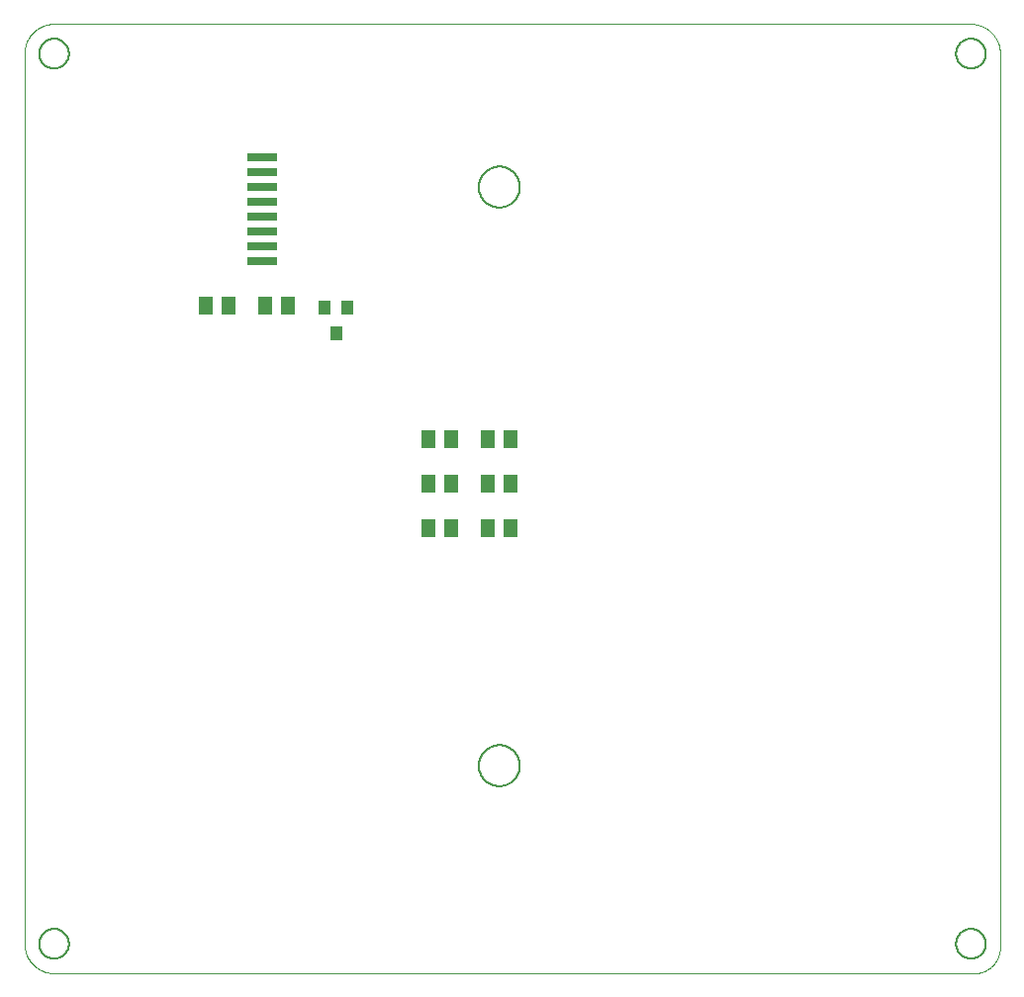
<source format=gtp>
G75*
%MOIN*%
%OFA0B0*%
%FSLAX25Y25*%
%IPPOS*%
%LPD*%
%AMOC8*
5,1,8,0,0,1.08239X$1,22.5*
%
%ADD10C,0.00000*%
%ADD11C,0.00600*%
%ADD12R,0.10000X0.03000*%
%ADD13R,0.05118X0.05906*%
%ADD14R,0.04000X0.04724*%
D10*
X0013520Y0011600D02*
X0013520Y0311561D01*
X0013523Y0311803D01*
X0013532Y0312044D01*
X0013546Y0312285D01*
X0013567Y0312526D01*
X0013593Y0312766D01*
X0013625Y0313006D01*
X0013663Y0313245D01*
X0013706Y0313482D01*
X0013756Y0313719D01*
X0013811Y0313954D01*
X0013871Y0314188D01*
X0013938Y0314420D01*
X0014009Y0314651D01*
X0014087Y0314880D01*
X0014170Y0315107D01*
X0014258Y0315332D01*
X0014352Y0315555D01*
X0014451Y0315775D01*
X0014556Y0315993D01*
X0014665Y0316208D01*
X0014780Y0316421D01*
X0014900Y0316631D01*
X0015025Y0316837D01*
X0015155Y0317041D01*
X0015290Y0317242D01*
X0015430Y0317439D01*
X0015574Y0317633D01*
X0015723Y0317823D01*
X0015877Y0318009D01*
X0016035Y0318192D01*
X0016197Y0318371D01*
X0016364Y0318546D01*
X0016535Y0318717D01*
X0016710Y0318884D01*
X0016889Y0319046D01*
X0017072Y0319204D01*
X0017258Y0319358D01*
X0017448Y0319507D01*
X0017642Y0319651D01*
X0017839Y0319791D01*
X0018040Y0319926D01*
X0018244Y0320056D01*
X0018450Y0320181D01*
X0018660Y0320301D01*
X0018873Y0320416D01*
X0019088Y0320525D01*
X0019306Y0320630D01*
X0019526Y0320729D01*
X0019749Y0320823D01*
X0019974Y0320911D01*
X0020201Y0320994D01*
X0020430Y0321072D01*
X0020661Y0321143D01*
X0020893Y0321210D01*
X0021127Y0321270D01*
X0021362Y0321325D01*
X0021599Y0321375D01*
X0021836Y0321418D01*
X0022075Y0321456D01*
X0022315Y0321488D01*
X0022555Y0321514D01*
X0022796Y0321535D01*
X0023037Y0321549D01*
X0023278Y0321558D01*
X0023520Y0321561D01*
X0332260Y0321561D01*
X0332501Y0321558D01*
X0332741Y0321549D01*
X0332982Y0321535D01*
X0333221Y0321514D01*
X0333461Y0321488D01*
X0333699Y0321456D01*
X0333937Y0321419D01*
X0334174Y0321375D01*
X0334409Y0321326D01*
X0334644Y0321272D01*
X0334877Y0321211D01*
X0335108Y0321145D01*
X0335338Y0321073D01*
X0335566Y0320996D01*
X0335792Y0320914D01*
X0336016Y0320826D01*
X0336238Y0320732D01*
X0336458Y0320633D01*
X0336675Y0320529D01*
X0336889Y0320420D01*
X0337101Y0320306D01*
X0337310Y0320186D01*
X0337516Y0320062D01*
X0337719Y0319932D01*
X0337918Y0319798D01*
X0338115Y0319659D01*
X0338308Y0319515D01*
X0338497Y0319366D01*
X0338683Y0319213D01*
X0338865Y0319056D01*
X0339044Y0318894D01*
X0339218Y0318728D01*
X0339388Y0318558D01*
X0339554Y0318384D01*
X0339716Y0318205D01*
X0339873Y0318023D01*
X0340026Y0317837D01*
X0340175Y0317648D01*
X0340319Y0317455D01*
X0340458Y0317258D01*
X0340592Y0317059D01*
X0340722Y0316856D01*
X0340846Y0316650D01*
X0340966Y0316441D01*
X0341080Y0316229D01*
X0341189Y0316015D01*
X0341293Y0315798D01*
X0341392Y0315578D01*
X0341486Y0315356D01*
X0341574Y0315132D01*
X0341656Y0314906D01*
X0341733Y0314678D01*
X0341805Y0314448D01*
X0341871Y0314217D01*
X0341932Y0313984D01*
X0341986Y0313749D01*
X0342035Y0313514D01*
X0342079Y0313277D01*
X0342116Y0313039D01*
X0342148Y0312801D01*
X0342174Y0312561D01*
X0342195Y0312322D01*
X0342209Y0312081D01*
X0342218Y0311841D01*
X0342221Y0311600D01*
X0342220Y0311600D02*
X0342220Y0010301D01*
X0342221Y0010301D02*
X0342218Y0010091D01*
X0342211Y0009881D01*
X0342198Y0009671D01*
X0342180Y0009461D01*
X0342158Y0009252D01*
X0342130Y0009044D01*
X0342097Y0008836D01*
X0342059Y0008629D01*
X0342016Y0008423D01*
X0341968Y0008219D01*
X0341915Y0008015D01*
X0341858Y0007813D01*
X0341795Y0007612D01*
X0341728Y0007413D01*
X0341656Y0007216D01*
X0341579Y0007020D01*
X0341497Y0006826D01*
X0341411Y0006634D01*
X0341320Y0006445D01*
X0341224Y0006257D01*
X0341124Y0006072D01*
X0341020Y0005890D01*
X0340911Y0005710D01*
X0340798Y0005533D01*
X0340681Y0005358D01*
X0340559Y0005187D01*
X0340434Y0005018D01*
X0340304Y0004853D01*
X0340170Y0004690D01*
X0340033Y0004531D01*
X0339891Y0004375D01*
X0339746Y0004223D01*
X0339598Y0004075D01*
X0339446Y0003930D01*
X0339290Y0003788D01*
X0339131Y0003651D01*
X0338968Y0003517D01*
X0338803Y0003387D01*
X0338634Y0003262D01*
X0338463Y0003140D01*
X0338288Y0003023D01*
X0338111Y0002910D01*
X0337931Y0002801D01*
X0337749Y0002697D01*
X0337564Y0002597D01*
X0337376Y0002501D01*
X0337187Y0002410D01*
X0336995Y0002324D01*
X0336801Y0002242D01*
X0336605Y0002165D01*
X0336408Y0002093D01*
X0336209Y0002026D01*
X0336008Y0001963D01*
X0335806Y0001906D01*
X0335602Y0001853D01*
X0335398Y0001805D01*
X0335192Y0001762D01*
X0334985Y0001724D01*
X0334777Y0001691D01*
X0334569Y0001663D01*
X0334360Y0001641D01*
X0334150Y0001623D01*
X0333940Y0001610D01*
X0333730Y0001603D01*
X0333520Y0001600D01*
X0023520Y0001600D01*
X0023278Y0001603D01*
X0023037Y0001612D01*
X0022796Y0001626D01*
X0022555Y0001647D01*
X0022315Y0001673D01*
X0022075Y0001705D01*
X0021836Y0001743D01*
X0021599Y0001786D01*
X0021362Y0001836D01*
X0021127Y0001891D01*
X0020893Y0001951D01*
X0020661Y0002018D01*
X0020430Y0002089D01*
X0020201Y0002167D01*
X0019974Y0002250D01*
X0019749Y0002338D01*
X0019526Y0002432D01*
X0019306Y0002531D01*
X0019088Y0002636D01*
X0018873Y0002745D01*
X0018660Y0002860D01*
X0018450Y0002980D01*
X0018244Y0003105D01*
X0018040Y0003235D01*
X0017839Y0003370D01*
X0017642Y0003510D01*
X0017448Y0003654D01*
X0017258Y0003803D01*
X0017072Y0003957D01*
X0016889Y0004115D01*
X0016710Y0004277D01*
X0016535Y0004444D01*
X0016364Y0004615D01*
X0016197Y0004790D01*
X0016035Y0004969D01*
X0015877Y0005152D01*
X0015723Y0005338D01*
X0015574Y0005528D01*
X0015430Y0005722D01*
X0015290Y0005919D01*
X0015155Y0006120D01*
X0015025Y0006324D01*
X0014900Y0006530D01*
X0014780Y0006740D01*
X0014665Y0006953D01*
X0014556Y0007168D01*
X0014451Y0007386D01*
X0014352Y0007606D01*
X0014258Y0007829D01*
X0014170Y0008054D01*
X0014087Y0008281D01*
X0014009Y0008510D01*
X0013938Y0008741D01*
X0013871Y0008973D01*
X0013811Y0009207D01*
X0013756Y0009442D01*
X0013706Y0009679D01*
X0013663Y0009916D01*
X0013625Y0010155D01*
X0013593Y0010395D01*
X0013567Y0010635D01*
X0013546Y0010876D01*
X0013532Y0011117D01*
X0013523Y0011358D01*
X0013520Y0011600D01*
D11*
X0018520Y0011600D02*
X0018522Y0011741D01*
X0018528Y0011882D01*
X0018538Y0012022D01*
X0018552Y0012162D01*
X0018570Y0012302D01*
X0018591Y0012441D01*
X0018617Y0012580D01*
X0018646Y0012718D01*
X0018680Y0012854D01*
X0018717Y0012990D01*
X0018758Y0013125D01*
X0018803Y0013259D01*
X0018852Y0013391D01*
X0018904Y0013522D01*
X0018960Y0013651D01*
X0019020Y0013778D01*
X0019083Y0013904D01*
X0019149Y0014028D01*
X0019220Y0014151D01*
X0019293Y0014271D01*
X0019370Y0014389D01*
X0019450Y0014505D01*
X0019534Y0014618D01*
X0019620Y0014729D01*
X0019710Y0014838D01*
X0019803Y0014944D01*
X0019898Y0015047D01*
X0019997Y0015148D01*
X0020098Y0015246D01*
X0020202Y0015341D01*
X0020309Y0015433D01*
X0020418Y0015522D01*
X0020530Y0015607D01*
X0020644Y0015690D01*
X0020760Y0015770D01*
X0020879Y0015846D01*
X0021000Y0015918D01*
X0021122Y0015988D01*
X0021247Y0016053D01*
X0021373Y0016116D01*
X0021501Y0016174D01*
X0021631Y0016229D01*
X0021762Y0016281D01*
X0021895Y0016328D01*
X0022029Y0016372D01*
X0022164Y0016413D01*
X0022300Y0016449D01*
X0022437Y0016481D01*
X0022575Y0016510D01*
X0022713Y0016535D01*
X0022853Y0016555D01*
X0022993Y0016572D01*
X0023133Y0016585D01*
X0023274Y0016594D01*
X0023414Y0016599D01*
X0023555Y0016600D01*
X0023696Y0016597D01*
X0023837Y0016590D01*
X0023977Y0016579D01*
X0024117Y0016564D01*
X0024257Y0016545D01*
X0024396Y0016523D01*
X0024534Y0016496D01*
X0024672Y0016466D01*
X0024808Y0016431D01*
X0024944Y0016393D01*
X0025078Y0016351D01*
X0025212Y0016305D01*
X0025344Y0016256D01*
X0025474Y0016202D01*
X0025603Y0016145D01*
X0025730Y0016085D01*
X0025856Y0016021D01*
X0025979Y0015953D01*
X0026101Y0015882D01*
X0026221Y0015808D01*
X0026338Y0015730D01*
X0026453Y0015649D01*
X0026566Y0015565D01*
X0026677Y0015478D01*
X0026785Y0015387D01*
X0026890Y0015294D01*
X0026993Y0015197D01*
X0027093Y0015098D01*
X0027190Y0014996D01*
X0027284Y0014891D01*
X0027375Y0014784D01*
X0027463Y0014674D01*
X0027548Y0014562D01*
X0027630Y0014447D01*
X0027709Y0014330D01*
X0027784Y0014211D01*
X0027856Y0014090D01*
X0027924Y0013967D01*
X0027989Y0013842D01*
X0028051Y0013715D01*
X0028108Y0013586D01*
X0028163Y0013456D01*
X0028213Y0013325D01*
X0028260Y0013192D01*
X0028303Y0013058D01*
X0028342Y0012922D01*
X0028377Y0012786D01*
X0028409Y0012649D01*
X0028436Y0012511D01*
X0028460Y0012372D01*
X0028480Y0012232D01*
X0028496Y0012092D01*
X0028508Y0011952D01*
X0028516Y0011811D01*
X0028520Y0011670D01*
X0028520Y0011530D01*
X0028516Y0011389D01*
X0028508Y0011248D01*
X0028496Y0011108D01*
X0028480Y0010968D01*
X0028460Y0010828D01*
X0028436Y0010689D01*
X0028409Y0010551D01*
X0028377Y0010414D01*
X0028342Y0010278D01*
X0028303Y0010142D01*
X0028260Y0010008D01*
X0028213Y0009875D01*
X0028163Y0009744D01*
X0028108Y0009614D01*
X0028051Y0009485D01*
X0027989Y0009358D01*
X0027924Y0009233D01*
X0027856Y0009110D01*
X0027784Y0008989D01*
X0027709Y0008870D01*
X0027630Y0008753D01*
X0027548Y0008638D01*
X0027463Y0008526D01*
X0027375Y0008416D01*
X0027284Y0008309D01*
X0027190Y0008204D01*
X0027093Y0008102D01*
X0026993Y0008003D01*
X0026890Y0007906D01*
X0026785Y0007813D01*
X0026677Y0007722D01*
X0026566Y0007635D01*
X0026453Y0007551D01*
X0026338Y0007470D01*
X0026221Y0007392D01*
X0026101Y0007318D01*
X0025979Y0007247D01*
X0025856Y0007179D01*
X0025730Y0007115D01*
X0025603Y0007055D01*
X0025474Y0006998D01*
X0025344Y0006944D01*
X0025212Y0006895D01*
X0025078Y0006849D01*
X0024944Y0006807D01*
X0024808Y0006769D01*
X0024672Y0006734D01*
X0024534Y0006704D01*
X0024396Y0006677D01*
X0024257Y0006655D01*
X0024117Y0006636D01*
X0023977Y0006621D01*
X0023837Y0006610D01*
X0023696Y0006603D01*
X0023555Y0006600D01*
X0023414Y0006601D01*
X0023274Y0006606D01*
X0023133Y0006615D01*
X0022993Y0006628D01*
X0022853Y0006645D01*
X0022713Y0006665D01*
X0022575Y0006690D01*
X0022437Y0006719D01*
X0022300Y0006751D01*
X0022164Y0006787D01*
X0022029Y0006828D01*
X0021895Y0006872D01*
X0021762Y0006919D01*
X0021631Y0006971D01*
X0021501Y0007026D01*
X0021373Y0007084D01*
X0021247Y0007147D01*
X0021122Y0007212D01*
X0021000Y0007282D01*
X0020879Y0007354D01*
X0020760Y0007430D01*
X0020644Y0007510D01*
X0020530Y0007593D01*
X0020418Y0007678D01*
X0020309Y0007767D01*
X0020202Y0007859D01*
X0020098Y0007954D01*
X0019997Y0008052D01*
X0019898Y0008153D01*
X0019803Y0008256D01*
X0019710Y0008362D01*
X0019620Y0008471D01*
X0019534Y0008582D01*
X0019450Y0008695D01*
X0019370Y0008811D01*
X0019293Y0008929D01*
X0019220Y0009049D01*
X0019149Y0009172D01*
X0019083Y0009296D01*
X0019020Y0009422D01*
X0018960Y0009549D01*
X0018904Y0009678D01*
X0018852Y0009809D01*
X0018803Y0009941D01*
X0018758Y0010075D01*
X0018717Y0010210D01*
X0018680Y0010346D01*
X0018646Y0010482D01*
X0018617Y0010620D01*
X0018591Y0010759D01*
X0018570Y0010898D01*
X0018552Y0011038D01*
X0018538Y0011178D01*
X0018528Y0011318D01*
X0018522Y0011459D01*
X0018520Y0011600D01*
X0166630Y0071600D02*
X0166632Y0071769D01*
X0166638Y0071938D01*
X0166649Y0072107D01*
X0166663Y0072275D01*
X0166682Y0072443D01*
X0166705Y0072611D01*
X0166731Y0072778D01*
X0166762Y0072944D01*
X0166797Y0073110D01*
X0166836Y0073274D01*
X0166880Y0073438D01*
X0166927Y0073600D01*
X0166978Y0073761D01*
X0167033Y0073921D01*
X0167092Y0074080D01*
X0167154Y0074237D01*
X0167221Y0074392D01*
X0167292Y0074546D01*
X0167366Y0074698D01*
X0167444Y0074848D01*
X0167525Y0074996D01*
X0167610Y0075142D01*
X0167699Y0075286D01*
X0167791Y0075428D01*
X0167887Y0075567D01*
X0167986Y0075704D01*
X0168088Y0075839D01*
X0168194Y0075971D01*
X0168303Y0076100D01*
X0168415Y0076227D01*
X0168530Y0076351D01*
X0168648Y0076472D01*
X0168769Y0076590D01*
X0168893Y0076705D01*
X0169020Y0076817D01*
X0169149Y0076926D01*
X0169281Y0077032D01*
X0169416Y0077134D01*
X0169553Y0077233D01*
X0169692Y0077329D01*
X0169834Y0077421D01*
X0169978Y0077510D01*
X0170124Y0077595D01*
X0170272Y0077676D01*
X0170422Y0077754D01*
X0170574Y0077828D01*
X0170728Y0077899D01*
X0170883Y0077966D01*
X0171040Y0078028D01*
X0171199Y0078087D01*
X0171359Y0078142D01*
X0171520Y0078193D01*
X0171682Y0078240D01*
X0171846Y0078284D01*
X0172010Y0078323D01*
X0172176Y0078358D01*
X0172342Y0078389D01*
X0172509Y0078415D01*
X0172677Y0078438D01*
X0172845Y0078457D01*
X0173013Y0078471D01*
X0173182Y0078482D01*
X0173351Y0078488D01*
X0173520Y0078490D01*
X0173689Y0078488D01*
X0173858Y0078482D01*
X0174027Y0078471D01*
X0174195Y0078457D01*
X0174363Y0078438D01*
X0174531Y0078415D01*
X0174698Y0078389D01*
X0174864Y0078358D01*
X0175030Y0078323D01*
X0175194Y0078284D01*
X0175358Y0078240D01*
X0175520Y0078193D01*
X0175681Y0078142D01*
X0175841Y0078087D01*
X0176000Y0078028D01*
X0176157Y0077966D01*
X0176312Y0077899D01*
X0176466Y0077828D01*
X0176618Y0077754D01*
X0176768Y0077676D01*
X0176916Y0077595D01*
X0177062Y0077510D01*
X0177206Y0077421D01*
X0177348Y0077329D01*
X0177487Y0077233D01*
X0177624Y0077134D01*
X0177759Y0077032D01*
X0177891Y0076926D01*
X0178020Y0076817D01*
X0178147Y0076705D01*
X0178271Y0076590D01*
X0178392Y0076472D01*
X0178510Y0076351D01*
X0178625Y0076227D01*
X0178737Y0076100D01*
X0178846Y0075971D01*
X0178952Y0075839D01*
X0179054Y0075704D01*
X0179153Y0075567D01*
X0179249Y0075428D01*
X0179341Y0075286D01*
X0179430Y0075142D01*
X0179515Y0074996D01*
X0179596Y0074848D01*
X0179674Y0074698D01*
X0179748Y0074546D01*
X0179819Y0074392D01*
X0179886Y0074237D01*
X0179948Y0074080D01*
X0180007Y0073921D01*
X0180062Y0073761D01*
X0180113Y0073600D01*
X0180160Y0073438D01*
X0180204Y0073274D01*
X0180243Y0073110D01*
X0180278Y0072944D01*
X0180309Y0072778D01*
X0180335Y0072611D01*
X0180358Y0072443D01*
X0180377Y0072275D01*
X0180391Y0072107D01*
X0180402Y0071938D01*
X0180408Y0071769D01*
X0180410Y0071600D01*
X0180408Y0071431D01*
X0180402Y0071262D01*
X0180391Y0071093D01*
X0180377Y0070925D01*
X0180358Y0070757D01*
X0180335Y0070589D01*
X0180309Y0070422D01*
X0180278Y0070256D01*
X0180243Y0070090D01*
X0180204Y0069926D01*
X0180160Y0069762D01*
X0180113Y0069600D01*
X0180062Y0069439D01*
X0180007Y0069279D01*
X0179948Y0069120D01*
X0179886Y0068963D01*
X0179819Y0068808D01*
X0179748Y0068654D01*
X0179674Y0068502D01*
X0179596Y0068352D01*
X0179515Y0068204D01*
X0179430Y0068058D01*
X0179341Y0067914D01*
X0179249Y0067772D01*
X0179153Y0067633D01*
X0179054Y0067496D01*
X0178952Y0067361D01*
X0178846Y0067229D01*
X0178737Y0067100D01*
X0178625Y0066973D01*
X0178510Y0066849D01*
X0178392Y0066728D01*
X0178271Y0066610D01*
X0178147Y0066495D01*
X0178020Y0066383D01*
X0177891Y0066274D01*
X0177759Y0066168D01*
X0177624Y0066066D01*
X0177487Y0065967D01*
X0177348Y0065871D01*
X0177206Y0065779D01*
X0177062Y0065690D01*
X0176916Y0065605D01*
X0176768Y0065524D01*
X0176618Y0065446D01*
X0176466Y0065372D01*
X0176312Y0065301D01*
X0176157Y0065234D01*
X0176000Y0065172D01*
X0175841Y0065113D01*
X0175681Y0065058D01*
X0175520Y0065007D01*
X0175358Y0064960D01*
X0175194Y0064916D01*
X0175030Y0064877D01*
X0174864Y0064842D01*
X0174698Y0064811D01*
X0174531Y0064785D01*
X0174363Y0064762D01*
X0174195Y0064743D01*
X0174027Y0064729D01*
X0173858Y0064718D01*
X0173689Y0064712D01*
X0173520Y0064710D01*
X0173351Y0064712D01*
X0173182Y0064718D01*
X0173013Y0064729D01*
X0172845Y0064743D01*
X0172677Y0064762D01*
X0172509Y0064785D01*
X0172342Y0064811D01*
X0172176Y0064842D01*
X0172010Y0064877D01*
X0171846Y0064916D01*
X0171682Y0064960D01*
X0171520Y0065007D01*
X0171359Y0065058D01*
X0171199Y0065113D01*
X0171040Y0065172D01*
X0170883Y0065234D01*
X0170728Y0065301D01*
X0170574Y0065372D01*
X0170422Y0065446D01*
X0170272Y0065524D01*
X0170124Y0065605D01*
X0169978Y0065690D01*
X0169834Y0065779D01*
X0169692Y0065871D01*
X0169553Y0065967D01*
X0169416Y0066066D01*
X0169281Y0066168D01*
X0169149Y0066274D01*
X0169020Y0066383D01*
X0168893Y0066495D01*
X0168769Y0066610D01*
X0168648Y0066728D01*
X0168530Y0066849D01*
X0168415Y0066973D01*
X0168303Y0067100D01*
X0168194Y0067229D01*
X0168088Y0067361D01*
X0167986Y0067496D01*
X0167887Y0067633D01*
X0167791Y0067772D01*
X0167699Y0067914D01*
X0167610Y0068058D01*
X0167525Y0068204D01*
X0167444Y0068352D01*
X0167366Y0068502D01*
X0167292Y0068654D01*
X0167221Y0068808D01*
X0167154Y0068963D01*
X0167092Y0069120D01*
X0167033Y0069279D01*
X0166978Y0069439D01*
X0166927Y0069600D01*
X0166880Y0069762D01*
X0166836Y0069926D01*
X0166797Y0070090D01*
X0166762Y0070256D01*
X0166731Y0070422D01*
X0166705Y0070589D01*
X0166682Y0070757D01*
X0166663Y0070925D01*
X0166649Y0071093D01*
X0166638Y0071262D01*
X0166632Y0071431D01*
X0166630Y0071600D01*
X0327417Y0011600D02*
X0327419Y0011741D01*
X0327425Y0011882D01*
X0327435Y0012022D01*
X0327449Y0012162D01*
X0327467Y0012302D01*
X0327488Y0012441D01*
X0327514Y0012580D01*
X0327543Y0012718D01*
X0327577Y0012854D01*
X0327614Y0012990D01*
X0327655Y0013125D01*
X0327700Y0013259D01*
X0327749Y0013391D01*
X0327801Y0013522D01*
X0327857Y0013651D01*
X0327917Y0013778D01*
X0327980Y0013904D01*
X0328046Y0014028D01*
X0328117Y0014151D01*
X0328190Y0014271D01*
X0328267Y0014389D01*
X0328347Y0014505D01*
X0328431Y0014618D01*
X0328517Y0014729D01*
X0328607Y0014838D01*
X0328700Y0014944D01*
X0328795Y0015047D01*
X0328894Y0015148D01*
X0328995Y0015246D01*
X0329099Y0015341D01*
X0329206Y0015433D01*
X0329315Y0015522D01*
X0329427Y0015607D01*
X0329541Y0015690D01*
X0329657Y0015770D01*
X0329776Y0015846D01*
X0329897Y0015918D01*
X0330019Y0015988D01*
X0330144Y0016053D01*
X0330270Y0016116D01*
X0330398Y0016174D01*
X0330528Y0016229D01*
X0330659Y0016281D01*
X0330792Y0016328D01*
X0330926Y0016372D01*
X0331061Y0016413D01*
X0331197Y0016449D01*
X0331334Y0016481D01*
X0331472Y0016510D01*
X0331610Y0016535D01*
X0331750Y0016555D01*
X0331890Y0016572D01*
X0332030Y0016585D01*
X0332171Y0016594D01*
X0332311Y0016599D01*
X0332452Y0016600D01*
X0332593Y0016597D01*
X0332734Y0016590D01*
X0332874Y0016579D01*
X0333014Y0016564D01*
X0333154Y0016545D01*
X0333293Y0016523D01*
X0333431Y0016496D01*
X0333569Y0016466D01*
X0333705Y0016431D01*
X0333841Y0016393D01*
X0333975Y0016351D01*
X0334109Y0016305D01*
X0334241Y0016256D01*
X0334371Y0016202D01*
X0334500Y0016145D01*
X0334627Y0016085D01*
X0334753Y0016021D01*
X0334876Y0015953D01*
X0334998Y0015882D01*
X0335118Y0015808D01*
X0335235Y0015730D01*
X0335350Y0015649D01*
X0335463Y0015565D01*
X0335574Y0015478D01*
X0335682Y0015387D01*
X0335787Y0015294D01*
X0335890Y0015197D01*
X0335990Y0015098D01*
X0336087Y0014996D01*
X0336181Y0014891D01*
X0336272Y0014784D01*
X0336360Y0014674D01*
X0336445Y0014562D01*
X0336527Y0014447D01*
X0336606Y0014330D01*
X0336681Y0014211D01*
X0336753Y0014090D01*
X0336821Y0013967D01*
X0336886Y0013842D01*
X0336948Y0013715D01*
X0337005Y0013586D01*
X0337060Y0013456D01*
X0337110Y0013325D01*
X0337157Y0013192D01*
X0337200Y0013058D01*
X0337239Y0012922D01*
X0337274Y0012786D01*
X0337306Y0012649D01*
X0337333Y0012511D01*
X0337357Y0012372D01*
X0337377Y0012232D01*
X0337393Y0012092D01*
X0337405Y0011952D01*
X0337413Y0011811D01*
X0337417Y0011670D01*
X0337417Y0011530D01*
X0337413Y0011389D01*
X0337405Y0011248D01*
X0337393Y0011108D01*
X0337377Y0010968D01*
X0337357Y0010828D01*
X0337333Y0010689D01*
X0337306Y0010551D01*
X0337274Y0010414D01*
X0337239Y0010278D01*
X0337200Y0010142D01*
X0337157Y0010008D01*
X0337110Y0009875D01*
X0337060Y0009744D01*
X0337005Y0009614D01*
X0336948Y0009485D01*
X0336886Y0009358D01*
X0336821Y0009233D01*
X0336753Y0009110D01*
X0336681Y0008989D01*
X0336606Y0008870D01*
X0336527Y0008753D01*
X0336445Y0008638D01*
X0336360Y0008526D01*
X0336272Y0008416D01*
X0336181Y0008309D01*
X0336087Y0008204D01*
X0335990Y0008102D01*
X0335890Y0008003D01*
X0335787Y0007906D01*
X0335682Y0007813D01*
X0335574Y0007722D01*
X0335463Y0007635D01*
X0335350Y0007551D01*
X0335235Y0007470D01*
X0335118Y0007392D01*
X0334998Y0007318D01*
X0334876Y0007247D01*
X0334753Y0007179D01*
X0334627Y0007115D01*
X0334500Y0007055D01*
X0334371Y0006998D01*
X0334241Y0006944D01*
X0334109Y0006895D01*
X0333975Y0006849D01*
X0333841Y0006807D01*
X0333705Y0006769D01*
X0333569Y0006734D01*
X0333431Y0006704D01*
X0333293Y0006677D01*
X0333154Y0006655D01*
X0333014Y0006636D01*
X0332874Y0006621D01*
X0332734Y0006610D01*
X0332593Y0006603D01*
X0332452Y0006600D01*
X0332311Y0006601D01*
X0332171Y0006606D01*
X0332030Y0006615D01*
X0331890Y0006628D01*
X0331750Y0006645D01*
X0331610Y0006665D01*
X0331472Y0006690D01*
X0331334Y0006719D01*
X0331197Y0006751D01*
X0331061Y0006787D01*
X0330926Y0006828D01*
X0330792Y0006872D01*
X0330659Y0006919D01*
X0330528Y0006971D01*
X0330398Y0007026D01*
X0330270Y0007084D01*
X0330144Y0007147D01*
X0330019Y0007212D01*
X0329897Y0007282D01*
X0329776Y0007354D01*
X0329657Y0007430D01*
X0329541Y0007510D01*
X0329427Y0007593D01*
X0329315Y0007678D01*
X0329206Y0007767D01*
X0329099Y0007859D01*
X0328995Y0007954D01*
X0328894Y0008052D01*
X0328795Y0008153D01*
X0328700Y0008256D01*
X0328607Y0008362D01*
X0328517Y0008471D01*
X0328431Y0008582D01*
X0328347Y0008695D01*
X0328267Y0008811D01*
X0328190Y0008929D01*
X0328117Y0009049D01*
X0328046Y0009172D01*
X0327980Y0009296D01*
X0327917Y0009422D01*
X0327857Y0009549D01*
X0327801Y0009678D01*
X0327749Y0009809D01*
X0327700Y0009941D01*
X0327655Y0010075D01*
X0327614Y0010210D01*
X0327577Y0010346D01*
X0327543Y0010482D01*
X0327514Y0010620D01*
X0327488Y0010759D01*
X0327467Y0010898D01*
X0327449Y0011038D01*
X0327435Y0011178D01*
X0327425Y0011318D01*
X0327419Y0011459D01*
X0327417Y0011600D01*
X0166630Y0266600D02*
X0166632Y0266769D01*
X0166638Y0266938D01*
X0166649Y0267107D01*
X0166663Y0267275D01*
X0166682Y0267443D01*
X0166705Y0267611D01*
X0166731Y0267778D01*
X0166762Y0267944D01*
X0166797Y0268110D01*
X0166836Y0268274D01*
X0166880Y0268438D01*
X0166927Y0268600D01*
X0166978Y0268761D01*
X0167033Y0268921D01*
X0167092Y0269080D01*
X0167154Y0269237D01*
X0167221Y0269392D01*
X0167292Y0269546D01*
X0167366Y0269698D01*
X0167444Y0269848D01*
X0167525Y0269996D01*
X0167610Y0270142D01*
X0167699Y0270286D01*
X0167791Y0270428D01*
X0167887Y0270567D01*
X0167986Y0270704D01*
X0168088Y0270839D01*
X0168194Y0270971D01*
X0168303Y0271100D01*
X0168415Y0271227D01*
X0168530Y0271351D01*
X0168648Y0271472D01*
X0168769Y0271590D01*
X0168893Y0271705D01*
X0169020Y0271817D01*
X0169149Y0271926D01*
X0169281Y0272032D01*
X0169416Y0272134D01*
X0169553Y0272233D01*
X0169692Y0272329D01*
X0169834Y0272421D01*
X0169978Y0272510D01*
X0170124Y0272595D01*
X0170272Y0272676D01*
X0170422Y0272754D01*
X0170574Y0272828D01*
X0170728Y0272899D01*
X0170883Y0272966D01*
X0171040Y0273028D01*
X0171199Y0273087D01*
X0171359Y0273142D01*
X0171520Y0273193D01*
X0171682Y0273240D01*
X0171846Y0273284D01*
X0172010Y0273323D01*
X0172176Y0273358D01*
X0172342Y0273389D01*
X0172509Y0273415D01*
X0172677Y0273438D01*
X0172845Y0273457D01*
X0173013Y0273471D01*
X0173182Y0273482D01*
X0173351Y0273488D01*
X0173520Y0273490D01*
X0173689Y0273488D01*
X0173858Y0273482D01*
X0174027Y0273471D01*
X0174195Y0273457D01*
X0174363Y0273438D01*
X0174531Y0273415D01*
X0174698Y0273389D01*
X0174864Y0273358D01*
X0175030Y0273323D01*
X0175194Y0273284D01*
X0175358Y0273240D01*
X0175520Y0273193D01*
X0175681Y0273142D01*
X0175841Y0273087D01*
X0176000Y0273028D01*
X0176157Y0272966D01*
X0176312Y0272899D01*
X0176466Y0272828D01*
X0176618Y0272754D01*
X0176768Y0272676D01*
X0176916Y0272595D01*
X0177062Y0272510D01*
X0177206Y0272421D01*
X0177348Y0272329D01*
X0177487Y0272233D01*
X0177624Y0272134D01*
X0177759Y0272032D01*
X0177891Y0271926D01*
X0178020Y0271817D01*
X0178147Y0271705D01*
X0178271Y0271590D01*
X0178392Y0271472D01*
X0178510Y0271351D01*
X0178625Y0271227D01*
X0178737Y0271100D01*
X0178846Y0270971D01*
X0178952Y0270839D01*
X0179054Y0270704D01*
X0179153Y0270567D01*
X0179249Y0270428D01*
X0179341Y0270286D01*
X0179430Y0270142D01*
X0179515Y0269996D01*
X0179596Y0269848D01*
X0179674Y0269698D01*
X0179748Y0269546D01*
X0179819Y0269392D01*
X0179886Y0269237D01*
X0179948Y0269080D01*
X0180007Y0268921D01*
X0180062Y0268761D01*
X0180113Y0268600D01*
X0180160Y0268438D01*
X0180204Y0268274D01*
X0180243Y0268110D01*
X0180278Y0267944D01*
X0180309Y0267778D01*
X0180335Y0267611D01*
X0180358Y0267443D01*
X0180377Y0267275D01*
X0180391Y0267107D01*
X0180402Y0266938D01*
X0180408Y0266769D01*
X0180410Y0266600D01*
X0180408Y0266431D01*
X0180402Y0266262D01*
X0180391Y0266093D01*
X0180377Y0265925D01*
X0180358Y0265757D01*
X0180335Y0265589D01*
X0180309Y0265422D01*
X0180278Y0265256D01*
X0180243Y0265090D01*
X0180204Y0264926D01*
X0180160Y0264762D01*
X0180113Y0264600D01*
X0180062Y0264439D01*
X0180007Y0264279D01*
X0179948Y0264120D01*
X0179886Y0263963D01*
X0179819Y0263808D01*
X0179748Y0263654D01*
X0179674Y0263502D01*
X0179596Y0263352D01*
X0179515Y0263204D01*
X0179430Y0263058D01*
X0179341Y0262914D01*
X0179249Y0262772D01*
X0179153Y0262633D01*
X0179054Y0262496D01*
X0178952Y0262361D01*
X0178846Y0262229D01*
X0178737Y0262100D01*
X0178625Y0261973D01*
X0178510Y0261849D01*
X0178392Y0261728D01*
X0178271Y0261610D01*
X0178147Y0261495D01*
X0178020Y0261383D01*
X0177891Y0261274D01*
X0177759Y0261168D01*
X0177624Y0261066D01*
X0177487Y0260967D01*
X0177348Y0260871D01*
X0177206Y0260779D01*
X0177062Y0260690D01*
X0176916Y0260605D01*
X0176768Y0260524D01*
X0176618Y0260446D01*
X0176466Y0260372D01*
X0176312Y0260301D01*
X0176157Y0260234D01*
X0176000Y0260172D01*
X0175841Y0260113D01*
X0175681Y0260058D01*
X0175520Y0260007D01*
X0175358Y0259960D01*
X0175194Y0259916D01*
X0175030Y0259877D01*
X0174864Y0259842D01*
X0174698Y0259811D01*
X0174531Y0259785D01*
X0174363Y0259762D01*
X0174195Y0259743D01*
X0174027Y0259729D01*
X0173858Y0259718D01*
X0173689Y0259712D01*
X0173520Y0259710D01*
X0173351Y0259712D01*
X0173182Y0259718D01*
X0173013Y0259729D01*
X0172845Y0259743D01*
X0172677Y0259762D01*
X0172509Y0259785D01*
X0172342Y0259811D01*
X0172176Y0259842D01*
X0172010Y0259877D01*
X0171846Y0259916D01*
X0171682Y0259960D01*
X0171520Y0260007D01*
X0171359Y0260058D01*
X0171199Y0260113D01*
X0171040Y0260172D01*
X0170883Y0260234D01*
X0170728Y0260301D01*
X0170574Y0260372D01*
X0170422Y0260446D01*
X0170272Y0260524D01*
X0170124Y0260605D01*
X0169978Y0260690D01*
X0169834Y0260779D01*
X0169692Y0260871D01*
X0169553Y0260967D01*
X0169416Y0261066D01*
X0169281Y0261168D01*
X0169149Y0261274D01*
X0169020Y0261383D01*
X0168893Y0261495D01*
X0168769Y0261610D01*
X0168648Y0261728D01*
X0168530Y0261849D01*
X0168415Y0261973D01*
X0168303Y0262100D01*
X0168194Y0262229D01*
X0168088Y0262361D01*
X0167986Y0262496D01*
X0167887Y0262633D01*
X0167791Y0262772D01*
X0167699Y0262914D01*
X0167610Y0263058D01*
X0167525Y0263204D01*
X0167444Y0263352D01*
X0167366Y0263502D01*
X0167292Y0263654D01*
X0167221Y0263808D01*
X0167154Y0263963D01*
X0167092Y0264120D01*
X0167033Y0264279D01*
X0166978Y0264439D01*
X0166927Y0264600D01*
X0166880Y0264762D01*
X0166836Y0264926D01*
X0166797Y0265090D01*
X0166762Y0265256D01*
X0166731Y0265422D01*
X0166705Y0265589D01*
X0166682Y0265757D01*
X0166663Y0265925D01*
X0166649Y0266093D01*
X0166638Y0266262D01*
X0166632Y0266431D01*
X0166630Y0266600D01*
X0018520Y0311600D02*
X0018522Y0311741D01*
X0018528Y0311882D01*
X0018538Y0312022D01*
X0018552Y0312162D01*
X0018570Y0312302D01*
X0018591Y0312441D01*
X0018617Y0312580D01*
X0018646Y0312718D01*
X0018680Y0312854D01*
X0018717Y0312990D01*
X0018758Y0313125D01*
X0018803Y0313259D01*
X0018852Y0313391D01*
X0018904Y0313522D01*
X0018960Y0313651D01*
X0019020Y0313778D01*
X0019083Y0313904D01*
X0019149Y0314028D01*
X0019220Y0314151D01*
X0019293Y0314271D01*
X0019370Y0314389D01*
X0019450Y0314505D01*
X0019534Y0314618D01*
X0019620Y0314729D01*
X0019710Y0314838D01*
X0019803Y0314944D01*
X0019898Y0315047D01*
X0019997Y0315148D01*
X0020098Y0315246D01*
X0020202Y0315341D01*
X0020309Y0315433D01*
X0020418Y0315522D01*
X0020530Y0315607D01*
X0020644Y0315690D01*
X0020760Y0315770D01*
X0020879Y0315846D01*
X0021000Y0315918D01*
X0021122Y0315988D01*
X0021247Y0316053D01*
X0021373Y0316116D01*
X0021501Y0316174D01*
X0021631Y0316229D01*
X0021762Y0316281D01*
X0021895Y0316328D01*
X0022029Y0316372D01*
X0022164Y0316413D01*
X0022300Y0316449D01*
X0022437Y0316481D01*
X0022575Y0316510D01*
X0022713Y0316535D01*
X0022853Y0316555D01*
X0022993Y0316572D01*
X0023133Y0316585D01*
X0023274Y0316594D01*
X0023414Y0316599D01*
X0023555Y0316600D01*
X0023696Y0316597D01*
X0023837Y0316590D01*
X0023977Y0316579D01*
X0024117Y0316564D01*
X0024257Y0316545D01*
X0024396Y0316523D01*
X0024534Y0316496D01*
X0024672Y0316466D01*
X0024808Y0316431D01*
X0024944Y0316393D01*
X0025078Y0316351D01*
X0025212Y0316305D01*
X0025344Y0316256D01*
X0025474Y0316202D01*
X0025603Y0316145D01*
X0025730Y0316085D01*
X0025856Y0316021D01*
X0025979Y0315953D01*
X0026101Y0315882D01*
X0026221Y0315808D01*
X0026338Y0315730D01*
X0026453Y0315649D01*
X0026566Y0315565D01*
X0026677Y0315478D01*
X0026785Y0315387D01*
X0026890Y0315294D01*
X0026993Y0315197D01*
X0027093Y0315098D01*
X0027190Y0314996D01*
X0027284Y0314891D01*
X0027375Y0314784D01*
X0027463Y0314674D01*
X0027548Y0314562D01*
X0027630Y0314447D01*
X0027709Y0314330D01*
X0027784Y0314211D01*
X0027856Y0314090D01*
X0027924Y0313967D01*
X0027989Y0313842D01*
X0028051Y0313715D01*
X0028108Y0313586D01*
X0028163Y0313456D01*
X0028213Y0313325D01*
X0028260Y0313192D01*
X0028303Y0313058D01*
X0028342Y0312922D01*
X0028377Y0312786D01*
X0028409Y0312649D01*
X0028436Y0312511D01*
X0028460Y0312372D01*
X0028480Y0312232D01*
X0028496Y0312092D01*
X0028508Y0311952D01*
X0028516Y0311811D01*
X0028520Y0311670D01*
X0028520Y0311530D01*
X0028516Y0311389D01*
X0028508Y0311248D01*
X0028496Y0311108D01*
X0028480Y0310968D01*
X0028460Y0310828D01*
X0028436Y0310689D01*
X0028409Y0310551D01*
X0028377Y0310414D01*
X0028342Y0310278D01*
X0028303Y0310142D01*
X0028260Y0310008D01*
X0028213Y0309875D01*
X0028163Y0309744D01*
X0028108Y0309614D01*
X0028051Y0309485D01*
X0027989Y0309358D01*
X0027924Y0309233D01*
X0027856Y0309110D01*
X0027784Y0308989D01*
X0027709Y0308870D01*
X0027630Y0308753D01*
X0027548Y0308638D01*
X0027463Y0308526D01*
X0027375Y0308416D01*
X0027284Y0308309D01*
X0027190Y0308204D01*
X0027093Y0308102D01*
X0026993Y0308003D01*
X0026890Y0307906D01*
X0026785Y0307813D01*
X0026677Y0307722D01*
X0026566Y0307635D01*
X0026453Y0307551D01*
X0026338Y0307470D01*
X0026221Y0307392D01*
X0026101Y0307318D01*
X0025979Y0307247D01*
X0025856Y0307179D01*
X0025730Y0307115D01*
X0025603Y0307055D01*
X0025474Y0306998D01*
X0025344Y0306944D01*
X0025212Y0306895D01*
X0025078Y0306849D01*
X0024944Y0306807D01*
X0024808Y0306769D01*
X0024672Y0306734D01*
X0024534Y0306704D01*
X0024396Y0306677D01*
X0024257Y0306655D01*
X0024117Y0306636D01*
X0023977Y0306621D01*
X0023837Y0306610D01*
X0023696Y0306603D01*
X0023555Y0306600D01*
X0023414Y0306601D01*
X0023274Y0306606D01*
X0023133Y0306615D01*
X0022993Y0306628D01*
X0022853Y0306645D01*
X0022713Y0306665D01*
X0022575Y0306690D01*
X0022437Y0306719D01*
X0022300Y0306751D01*
X0022164Y0306787D01*
X0022029Y0306828D01*
X0021895Y0306872D01*
X0021762Y0306919D01*
X0021631Y0306971D01*
X0021501Y0307026D01*
X0021373Y0307084D01*
X0021247Y0307147D01*
X0021122Y0307212D01*
X0021000Y0307282D01*
X0020879Y0307354D01*
X0020760Y0307430D01*
X0020644Y0307510D01*
X0020530Y0307593D01*
X0020418Y0307678D01*
X0020309Y0307767D01*
X0020202Y0307859D01*
X0020098Y0307954D01*
X0019997Y0308052D01*
X0019898Y0308153D01*
X0019803Y0308256D01*
X0019710Y0308362D01*
X0019620Y0308471D01*
X0019534Y0308582D01*
X0019450Y0308695D01*
X0019370Y0308811D01*
X0019293Y0308929D01*
X0019220Y0309049D01*
X0019149Y0309172D01*
X0019083Y0309296D01*
X0019020Y0309422D01*
X0018960Y0309549D01*
X0018904Y0309678D01*
X0018852Y0309809D01*
X0018803Y0309941D01*
X0018758Y0310075D01*
X0018717Y0310210D01*
X0018680Y0310346D01*
X0018646Y0310482D01*
X0018617Y0310620D01*
X0018591Y0310759D01*
X0018570Y0310898D01*
X0018552Y0311038D01*
X0018538Y0311178D01*
X0018528Y0311318D01*
X0018522Y0311459D01*
X0018520Y0311600D01*
X0327417Y0311600D02*
X0327419Y0311741D01*
X0327425Y0311882D01*
X0327435Y0312022D01*
X0327449Y0312162D01*
X0327467Y0312302D01*
X0327488Y0312441D01*
X0327514Y0312580D01*
X0327543Y0312718D01*
X0327577Y0312854D01*
X0327614Y0312990D01*
X0327655Y0313125D01*
X0327700Y0313259D01*
X0327749Y0313391D01*
X0327801Y0313522D01*
X0327857Y0313651D01*
X0327917Y0313778D01*
X0327980Y0313904D01*
X0328046Y0314028D01*
X0328117Y0314151D01*
X0328190Y0314271D01*
X0328267Y0314389D01*
X0328347Y0314505D01*
X0328431Y0314618D01*
X0328517Y0314729D01*
X0328607Y0314838D01*
X0328700Y0314944D01*
X0328795Y0315047D01*
X0328894Y0315148D01*
X0328995Y0315246D01*
X0329099Y0315341D01*
X0329206Y0315433D01*
X0329315Y0315522D01*
X0329427Y0315607D01*
X0329541Y0315690D01*
X0329657Y0315770D01*
X0329776Y0315846D01*
X0329897Y0315918D01*
X0330019Y0315988D01*
X0330144Y0316053D01*
X0330270Y0316116D01*
X0330398Y0316174D01*
X0330528Y0316229D01*
X0330659Y0316281D01*
X0330792Y0316328D01*
X0330926Y0316372D01*
X0331061Y0316413D01*
X0331197Y0316449D01*
X0331334Y0316481D01*
X0331472Y0316510D01*
X0331610Y0316535D01*
X0331750Y0316555D01*
X0331890Y0316572D01*
X0332030Y0316585D01*
X0332171Y0316594D01*
X0332311Y0316599D01*
X0332452Y0316600D01*
X0332593Y0316597D01*
X0332734Y0316590D01*
X0332874Y0316579D01*
X0333014Y0316564D01*
X0333154Y0316545D01*
X0333293Y0316523D01*
X0333431Y0316496D01*
X0333569Y0316466D01*
X0333705Y0316431D01*
X0333841Y0316393D01*
X0333975Y0316351D01*
X0334109Y0316305D01*
X0334241Y0316256D01*
X0334371Y0316202D01*
X0334500Y0316145D01*
X0334627Y0316085D01*
X0334753Y0316021D01*
X0334876Y0315953D01*
X0334998Y0315882D01*
X0335118Y0315808D01*
X0335235Y0315730D01*
X0335350Y0315649D01*
X0335463Y0315565D01*
X0335574Y0315478D01*
X0335682Y0315387D01*
X0335787Y0315294D01*
X0335890Y0315197D01*
X0335990Y0315098D01*
X0336087Y0314996D01*
X0336181Y0314891D01*
X0336272Y0314784D01*
X0336360Y0314674D01*
X0336445Y0314562D01*
X0336527Y0314447D01*
X0336606Y0314330D01*
X0336681Y0314211D01*
X0336753Y0314090D01*
X0336821Y0313967D01*
X0336886Y0313842D01*
X0336948Y0313715D01*
X0337005Y0313586D01*
X0337060Y0313456D01*
X0337110Y0313325D01*
X0337157Y0313192D01*
X0337200Y0313058D01*
X0337239Y0312922D01*
X0337274Y0312786D01*
X0337306Y0312649D01*
X0337333Y0312511D01*
X0337357Y0312372D01*
X0337377Y0312232D01*
X0337393Y0312092D01*
X0337405Y0311952D01*
X0337413Y0311811D01*
X0337417Y0311670D01*
X0337417Y0311530D01*
X0337413Y0311389D01*
X0337405Y0311248D01*
X0337393Y0311108D01*
X0337377Y0310968D01*
X0337357Y0310828D01*
X0337333Y0310689D01*
X0337306Y0310551D01*
X0337274Y0310414D01*
X0337239Y0310278D01*
X0337200Y0310142D01*
X0337157Y0310008D01*
X0337110Y0309875D01*
X0337060Y0309744D01*
X0337005Y0309614D01*
X0336948Y0309485D01*
X0336886Y0309358D01*
X0336821Y0309233D01*
X0336753Y0309110D01*
X0336681Y0308989D01*
X0336606Y0308870D01*
X0336527Y0308753D01*
X0336445Y0308638D01*
X0336360Y0308526D01*
X0336272Y0308416D01*
X0336181Y0308309D01*
X0336087Y0308204D01*
X0335990Y0308102D01*
X0335890Y0308003D01*
X0335787Y0307906D01*
X0335682Y0307813D01*
X0335574Y0307722D01*
X0335463Y0307635D01*
X0335350Y0307551D01*
X0335235Y0307470D01*
X0335118Y0307392D01*
X0334998Y0307318D01*
X0334876Y0307247D01*
X0334753Y0307179D01*
X0334627Y0307115D01*
X0334500Y0307055D01*
X0334371Y0306998D01*
X0334241Y0306944D01*
X0334109Y0306895D01*
X0333975Y0306849D01*
X0333841Y0306807D01*
X0333705Y0306769D01*
X0333569Y0306734D01*
X0333431Y0306704D01*
X0333293Y0306677D01*
X0333154Y0306655D01*
X0333014Y0306636D01*
X0332874Y0306621D01*
X0332734Y0306610D01*
X0332593Y0306603D01*
X0332452Y0306600D01*
X0332311Y0306601D01*
X0332171Y0306606D01*
X0332030Y0306615D01*
X0331890Y0306628D01*
X0331750Y0306645D01*
X0331610Y0306665D01*
X0331472Y0306690D01*
X0331334Y0306719D01*
X0331197Y0306751D01*
X0331061Y0306787D01*
X0330926Y0306828D01*
X0330792Y0306872D01*
X0330659Y0306919D01*
X0330528Y0306971D01*
X0330398Y0307026D01*
X0330270Y0307084D01*
X0330144Y0307147D01*
X0330019Y0307212D01*
X0329897Y0307282D01*
X0329776Y0307354D01*
X0329657Y0307430D01*
X0329541Y0307510D01*
X0329427Y0307593D01*
X0329315Y0307678D01*
X0329206Y0307767D01*
X0329099Y0307859D01*
X0328995Y0307954D01*
X0328894Y0308052D01*
X0328795Y0308153D01*
X0328700Y0308256D01*
X0328607Y0308362D01*
X0328517Y0308471D01*
X0328431Y0308582D01*
X0328347Y0308695D01*
X0328267Y0308811D01*
X0328190Y0308929D01*
X0328117Y0309049D01*
X0328046Y0309172D01*
X0327980Y0309296D01*
X0327917Y0309422D01*
X0327857Y0309549D01*
X0327801Y0309678D01*
X0327749Y0309809D01*
X0327700Y0309941D01*
X0327655Y0310075D01*
X0327614Y0310210D01*
X0327577Y0310346D01*
X0327543Y0310482D01*
X0327514Y0310620D01*
X0327488Y0310759D01*
X0327467Y0310898D01*
X0327449Y0311038D01*
X0327435Y0311178D01*
X0327425Y0311318D01*
X0327419Y0311459D01*
X0327417Y0311600D01*
D12*
X0093520Y0276600D03*
X0093520Y0271600D03*
X0093520Y0266600D03*
X0093520Y0261600D03*
X0093520Y0256600D03*
X0093520Y0251600D03*
X0093520Y0246600D03*
X0093520Y0241600D03*
D13*
X0094780Y0226600D03*
X0102260Y0226600D03*
X0082260Y0226600D03*
X0074780Y0226600D03*
X0149780Y0181600D03*
X0157260Y0181600D03*
X0169780Y0181600D03*
X0177260Y0181600D03*
X0177260Y0166600D03*
X0169780Y0166600D03*
X0157260Y0166600D03*
X0149780Y0166600D03*
X0149780Y0151600D03*
X0157260Y0151600D03*
X0169780Y0151600D03*
X0177260Y0151600D03*
D14*
X0118520Y0217427D03*
X0122260Y0225773D03*
X0114780Y0225773D03*
M02*

</source>
